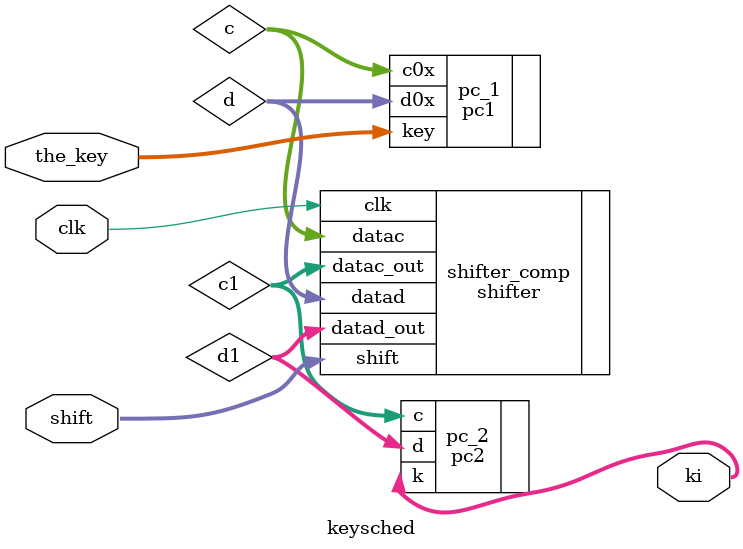
<source format=v>
module keysched(
    the_key                     ,
    shift                       ,
    clk                         ,
    ki                          
    );

input   [1:64]                          the_key                     ;
input   [1:3]                           shift                       ;
input                                   clk                         ;
output  [1:48]                          ki                          ;

wire    [1:28]                          c                           ;
wire    [1:28]                          d                           ;
wire    [1:28]                          c1                          ;
wire    [1:28]                          d1                          ;
pc1 pc_1(
    .key                                ( the_key                   ),
    .c0x                                ( c                         ),
    .d0x                                ( d                         )
    );
    
shifter shifter_comp(
    .datac                              ( c                         ),
    .datad                              ( d                         ),
    .shift                              ( shift                     ),
    .clk                                ( clk                       ),
    .datac_out                          ( c1                        ),
    .datad_out                          ( d1                        )
    );

pc2 pc_2(
    .c                                  ( c1                        ),
    .d                                  ( d1                        ),
    .k                                  ( ki                        )
    );

endmodule

</source>
